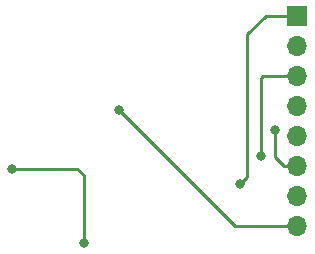
<source format=gbr>
G04 #@! TF.GenerationSoftware,KiCad,Pcbnew,(5.1.6)-1*
G04 #@! TF.CreationDate,2020-06-28T11:06:12-07:00*
G04 #@! TF.ProjectId,OGA_wifi,4f47415f-7769-4666-992e-6b696361645f,rev?*
G04 #@! TF.SameCoordinates,Original*
G04 #@! TF.FileFunction,Copper,L2,Bot*
G04 #@! TF.FilePolarity,Positive*
%FSLAX46Y46*%
G04 Gerber Fmt 4.6, Leading zero omitted, Abs format (unit mm)*
G04 Created by KiCad (PCBNEW (5.1.6)-1) date 2020-06-28 11:06:12*
%MOMM*%
%LPD*%
G01*
G04 APERTURE LIST*
G04 #@! TA.AperFunction,ComponentPad*
%ADD10O,1.700000X1.700000*%
G04 #@! TD*
G04 #@! TA.AperFunction,ComponentPad*
%ADD11R,1.700000X1.700000*%
G04 #@! TD*
G04 #@! TA.AperFunction,ViaPad*
%ADD12C,0.800000*%
G04 #@! TD*
G04 #@! TA.AperFunction,Conductor*
%ADD13C,0.250000*%
G04 #@! TD*
G04 APERTURE END LIST*
D10*
X146164300Y-127012700D03*
X146164300Y-124472700D03*
X146164300Y-121932700D03*
X146164300Y-119392700D03*
X146164300Y-116852700D03*
X146164300Y-114312700D03*
X146164300Y-111772700D03*
D11*
X146164300Y-109232700D03*
D12*
X131025900Y-117195600D03*
X128066800Y-128511300D03*
X122021600Y-122250200D03*
X144297400Y-118884700D03*
X143116300Y-121107200D03*
X141312900Y-123507500D03*
D13*
X146164300Y-127012700D02*
X140843000Y-127012700D01*
X140843000Y-127012700D02*
X131025900Y-117195600D01*
X128066800Y-128511300D02*
X128066800Y-122770900D01*
X128066800Y-122770900D02*
X127546100Y-122250200D01*
X127546100Y-122250200D02*
X122021600Y-122250200D01*
X146164300Y-121932700D02*
X145059400Y-121932700D01*
X145059400Y-121932700D02*
X144297400Y-121170700D01*
X144297400Y-121170700D02*
X144297400Y-118884700D01*
X143116300Y-121107200D02*
X143116300Y-114490500D01*
X143294100Y-114312700D02*
X146164300Y-114312700D01*
X143116300Y-114490500D02*
X143294100Y-114312700D01*
X141312900Y-123507500D02*
X141935200Y-122885200D01*
X141935200Y-122885200D02*
X141935200Y-110794800D01*
X143497300Y-109232700D02*
X146164300Y-109232700D01*
X141935200Y-110794800D02*
X143497300Y-109232700D01*
M02*

</source>
